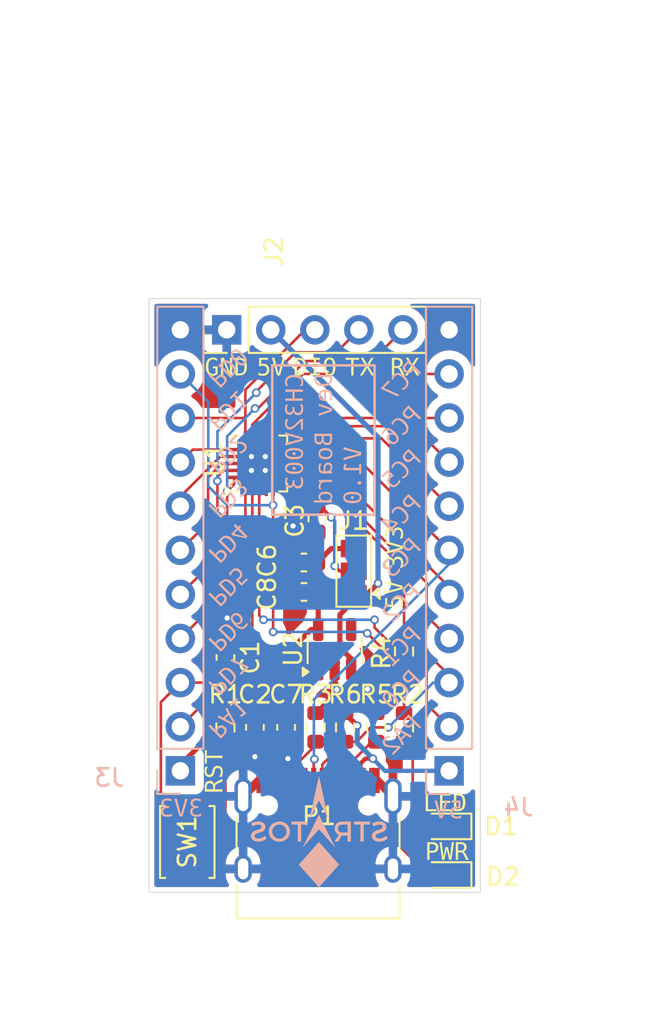
<source format=kicad_pcb>
(kicad_pcb (version 20240108) (generator "pcbnew") (generator_version "8.0")
  (layers (0 "F.Cu" signal) (31 "B.Cu" signal) (34 "B.Paste" user) (35 "F.Paste" user) (36 "B.SilkS" user "B.Silkscreen") (37 "F.SilkS" user "F.Silkscreen") (38 "B.Mask" user) (39 "F.Mask" user) (44 "Edge.Cuts" user))
  (net 0 "")
  (net 1 "/NRST")
  (net 2 "GND")
  (net 3 "+5V")
  (net 4 "+3.3V")
  (net 5 "Net-(D1-A)")
  (net 6 "Net-(D2-A)")
  (net 7 "VCC")
  (net 8 "/PD1")
  (net 9 "/PD5")
  (net 10 "/PD6")
  (net 11 "/DPU")
  (net 12 "/PD3")
  (net 13 "/PD2")
  (net 14 "/PA1")
  (net 15 "/PD4")
  (net 16 "/PC4")
  (net 17 "/PA2")
  (net 18 "/MOSI")
  (net 19 "/PC5")
  (net 20 "/MISO")
  (net 21 "/D+")
  (net 22 "/D-")
  (net 23 "/PC2")
  (net 24 "/PC1")
  (net 25 "Net-(P1-VCONN)")
  (net 26 "Net-(P1-CC)")
  (footprint "LED_SMD:LED_0603_1608Metric" (layer "F.Cu") (at 139.2 111.7 180)
    (property "Reference" "D2" (at -3.3 -0.1 180) (layer "F.SilkS"))
    (property "Value" "LED")
    (pad "1" smd roundrect (at -0.7875 0 180) (size 0.875 0.95) (layers "F.Cu" "F.Paste" "F.Mask") (net 2 "GND"))
    (pad "2" smd roundrect (at 0.7875 0 180) (size 0.875 0.95) (layers "F.Cu" "F.Paste" "F.Mask") (net 6 "Net-(D2-A)"))
  )
  (footprint "Jumper:SolderJumper-3_P1.3mm_Open_Pad1.0x1.5mm" (layer "F.Cu") (at 133.9 94.2 90)
    (property "Reference" "J1" (at 2.9 0 0) (layer "F.SilkS"))
    (property "Value" "PWR")
    (pad "1" smd rect (at -1.3 0 90) (size 1 1.5) (layers "F.Cu" "F.Mask") (net 3 "+5V"))
    (pad "2" smd rect (at 0 0 90) (size 1 1.5) (layers "F.Cu" "F.Mask") (net 7 "VCC"))
    (pad "3" smd rect (at 1.3 0 90) (size 1 1.5) (layers "F.Cu" "F.Mask") (net 4 "+3.3V"))
  )
  (footprint "Resistor_SMD:R_0603_1608Metric" (layer "F.Cu") (at 131.7 103.2 -90)
    (property "Reference" "R3" (at -1.9 0 180) (layer "F.SilkS"))
    (property "Value" "5.1k")
    (pad "1" smd roundrect (at -0.825 0 270) (size 0.8 0.95) (layers "F.Cu" "F.Paste" "F.Mask") (net 2 "GND"))
    (pad "2" smd roundrect (at 0.825 0 270) (size 0.8 0.95) (layers "F.Cu" "F.Paste" "F.Mask") (net 26 "Net-(P1-CC)"))
  )
  (footprint "LED_SMD:LED_0603_1608Metric" (layer "F.Cu") (at 139.2 108.9 180)
    (property "Reference" "D1" (at -3.2 0 180) (layer "F.SilkS"))
    (property "Value" "LED")
    (pad "1" smd roundrect (at -0.7875 0 180) (size 0.875 0.95) (layers "F.Cu" "F.Paste" "F.Mask") (net 2 "GND"))
    (pad "2" smd roundrect (at 0.7875 0 180) (size 0.875 0.95) (layers "F.Cu" "F.Paste" "F.Mask") (net 5 "Net-(D1-A)"))
  )
  (footprint "Capacitor_SMD:C_0603_1608Metric" (layer "F.Cu") (at 131.025 95.4 180)
    (property "Reference" "C8" (at 2.125 -0.1 -90) (layer "F.SilkS"))
    (property "Value" "10uf")
    (pad "1" smd roundrect (at -0.775 0 180) (size 0.9 0.95) (layers "F.Cu" "F.Paste" "F.Mask") (net 4 "+3.3V"))
    (pad "2" smd roundrect (at 0.775 0 180) (size 0.9 0.95) (layers "F.Cu" "F.Paste" "F.Mask") (net 2 "GND"))
  )
  (footprint "Capacitor_SMD:C_0603_1608Metric" (layer "F.Cu") (at 131.025 93.7 180)
    (property "Reference" "C6" (at 2.125 0.1 -90) (layer "F.SilkS"))
    (property "Value" "1uf")
    (pad "1" smd roundrect (at -0.775 0 180) (size 0.9 0.95) (layers "F.Cu" "F.Paste" "F.Mask") (net 4 "+3.3V"))
    (pad "2" smd roundrect (at 0.775 0 180) (size 0.9 0.95) (layers "F.Cu" "F.Paste" "F.Mask") (net 2 "GND"))
  )
  (footprint "Package_TO_SOT_SMD:SOT-23-5" (layer "F.Cu") (at 132.8 98.7 90)
    (property "Reference" "U2" (at 0 -2.4 -90) (layer "F.SilkS"))
    (property "Value" "ME6211C33M5")
    (pad "1" smd roundrect (at -1.1375 -0.95 90) (size 1.325 0.6) (layers "F.Cu" "F.Paste" "F.Mask") (net 3 "+5V"))
    (pad "2" smd roundrect (at -1.1375 0 90) (size 1.325 0.6) (layers "F.Cu" "F.Paste" "F.Mask") (net 2 "GND"))
    (pad "3" smd roundrect (at -1.1375 0.95 90) (size 1.325 0.6) (layers "F.Cu" "F.Paste" "F.Mask") (net 3 "+5V"))
    (pad "4" smd roundrect (at 1.1375 0.95 90) (size 1.325 0.6) (layers "F.Cu" "F.Paste" "F.Mask"))
    (pad "5" smd roundrect (at 1.1375 -0.95 90) (size 1.325 0.6) (layers "F.Cu" "F.Paste" "F.Mask") (net 4 "+3.3V"))
  )
  (footprint "Capacitor_SMD:C_0603_1608Metric" (layer "F.Cu") (at 128.2 103.2 -90)
    (property "Reference" "C2" (at -1.9 0 0) (layer "F.SilkS"))
    (property "Value" "1uf")
    (pad "1" smd roundrect (at -0.775 0 270) (size 0.9 0.95) (layers "F.Cu" "F.Paste" "F.Mask") (net 3 "+5V"))
    (pad "2" smd roundrect (at 0.775 0 270) (size 0.9 0.95) (layers "F.Cu" "F.Paste" "F.Mask") (net 2 "GND"))
  )
  (footprint "Resistor_SMD:R_0603_1608Metric" (layer "F.Cu") (at 126.5 103.2 90)
    (property "Reference" "R1" (at 1.9 0 180) (layer "F.SilkS"))
    (property "Value" "5k")
    (pad "1" smd roundrect (at -0.825 0 90) (size 0.8 0.95) (layers "F.Cu" "F.Paste" "F.Mask") (net 6 "Net-(D2-A)"))
    (pad "2" smd roundrect (at 0.825 0 90) (size 0.8 0.95) (layers "F.Cu" "F.Paste" "F.Mask") (net 4 "+3.3V"))
  )
  (footprint "Resistor_SMD:R_0603_1608Metric" (layer "F.Cu") (at 135.2 103.2 -90)
    (property "Reference" "R2" (at -1.9 -1.8 180) (layer "F.SilkS"))
    (property "Value" "5.1k")
    (pad "1" smd roundrect (at -0.825 0 270) (size 0.8 0.95) (layers "F.Cu" "F.Paste" "F.Mask") (net 2 "GND"))
    (pad "2" smd roundrect (at 0.825 0 270) (size 0.8 0.95) (layers "F.Cu" "F.Paste" "F.Mask") (net 25 "Net-(P1-VCONN)"))
  )
  (footprint "Capacitor_SMD:C_0603_1608Metric" (layer "F.Cu") (at 130 103.2 -90)
    (property "Reference" "C7" (at -1.9 0 180) (layer "F.SilkS"))
    (property "Value" "1uf")
    (pad "1" smd roundrect (at -0.775 0 270) (size 0.9 0.95) (layers "F.Cu" "F.Paste" "F.Mask") (net 3 "+5V"))
    (pad "2" smd roundrect (at 0.775 0 270) (size 0.9 0.95) (layers "F.Cu" "F.Paste" "F.Mask") (net 2 "GND"))
  )
  (footprint "Connector_PinHeader_2.54mm:PinHeader_1x05_P2.54mm_Vertical" (layer "F.Cu") (at 126.575 80.3 90)
    (property "Reference" "J2" (at 4.5 2.725 -90) (layer "F.SilkS"))
    (property "Value" "prog")
    (pad "1" thru_hole rect (at 0 0 90) (size 1.7 1.7) (drill 1) (layers "*.Cu" "*.Mask") (net 2 "GND"))
    (pad "2" thru_hole oval (at 0 2.54 90) (size 1.7 1.7) (drill 1) (layers "*.Cu" "*.Mask") (net 3 "+5V"))
    (pad "3" thru_hole oval (at 0 5.08 90) (size 1.7 1.7) (drill 1) (layers "*.Cu" "*.Mask") (net 8 "/PD1"))
    (pad "4" thru_hole oval (at 0 7.62 90) (size 1.7 1.7) (drill 1) (layers "*.Cu" "*.Mask") (net 9 "/PD5"))
    (pad "5" thru_hole oval (at 0 10.16 90) (size 1.7 1.7) (drill 1) (layers "*.Cu" "*.Mask") (net 10 "/PD6"))
  )
  (footprint "Package_DFN_QFN:QFN-20-1EP_3x3mm_P0.4mm_EP1.65x1.65mm" (layer "F.Cu") (at 128.45 88 90)
    (property "Reference" "U1" (at 0.2 -2.65 -90) (layer "F.SilkS"))
    (property "Value" "CH32V003FxUx")
    (pad "1" smd roundrect (at -1.45 -0.8 90) (size 0.85 0.2) (layers "F.Cu" "F.Paste" "F.Mask") (net 1 "/NRST"))
    (pad "2" smd roundrect (at -1.45 -0.4 90) (size 0.85 0.2) (layers "F.Cu" "F.Paste" "F.Mask") (net 14 "/PA1"))
    (pad "3" smd roundrect (at -1.45 0 90) (size 0.85 0.2) (layers "F.Cu" "F.Paste" "F.Mask") (net 17 "/PA2"))
    (pad "4" smd roundrect (at -1.45 0.4 90) (size 0.85 0.2) (layers "F.Cu" "F.Paste" "F.Mask") (net 2 "GND"))
    (pad "5" smd roundrect (at -1.45 0.8 90) (size 0.85 0.2) (layers "F.Cu" "F.Paste" "F.Mask") (net 11 "/DPU"))
    (pad "6" smd roundrect (at -0.8 1.45 90) (size 0.2 0.85) (layers "F.Cu" "F.Paste" "F.Mask") (net 7 "VCC"))
    (pad "7" smd roundrect (at -0.4 1.45 90) (size 0.2 0.85) (layers "F.Cu" "F.Paste" "F.Mask") (net 22 "/D-"))
    (pad "8" smd roundrect (at 0 1.45 90) (size 0.2 0.85) (layers "F.Cu" "F.Paste" "F.Mask") (net 24 "/PC1"))
    (pad "9" smd roundrect (at 0.4 1.45 90) (size 0.2 0.85) (layers "F.Cu" "F.Paste" "F.Mask") (net 23 "/PC2"))
    (pad "10" smd roundrect (at 0.8 1.45 90) (size 0.2 0.85) (layers "F.Cu" "F.Paste" "F.Mask") (net 21 "/D+"))
    (pad "11" smd roundrect (at 1.45 0.8 90) (size 0.85 0.2) (layers "F.Cu" "F.Paste" "F.Mask") (net 16 "/PC4"))
    (pad "12" smd roundrect (at 1.45 0.4 90) (size 0.85 0.2) (layers "F.Cu" "F.Paste" "F.Mask") (net 19 "/PC5"))
    (pad "13" smd roundrect (at 1.45 0 90) (size 0.85 0.2) (layers "F.Cu" "F.Paste" "F.Mask") (net 18 "/MOSI"))
    (pad "14" smd roundrect (at 1.45 -0.4 90) (size 0.85 0.2) (layers "F.Cu" "F.Paste" "F.Mask") (net 20 "/MISO"))
    (pad "15" smd roundrect (at 1.45 -0.8 90) (size 0.85 0.2) (layers "F.Cu" "F.Paste" "F.Mask") (net 8 "/PD1"))
    (pad "16" smd roundrect (at 0.8 -1.45 90) (size 0.2 0.85) (layers "F.Cu" "F.Paste" "F.Mask") (net 13 "/PD2"))
    (pad "17" smd roundrect (at 0.4 -1.45 90) (size 0.2 0.85) (layers "F.Cu" "F.Paste" "F.Mask") (net 12 "/PD3"))
    (pad "18" smd roundrect (at 0 -1.45 90) (size 0.2 0.85) (layers "F.Cu" "F.Paste" "F.Mask") (net 15 "/PD4"))
    (pad "19" smd roundrect (at -0.4 -1.45 90) (size 0.2 0.85) (layers "F.Cu" "F.Paste" "F.Mask") (net 9 "/PD5"))
    (pad "20" smd roundrect (at -0.8 -1.45 90) (size 0.2 0.85) (layers "F.Cu" "F.Paste" "F.Mask") (net 10 "/PD6"))
    (pad "21" smd rect (at 0 0 90) (size 1.65 1.65) (property pad_prop_heatsink) (layers "F.Cu" "F.Mask") (net 2 "GND"))
  )
  (footprint "Resistor_SMD:R_0603_1608Metric" (layer "F.Cu") (at 133.4 103.2 90)
    (property "Reference" "R6" (at 1.9 0 0) (layer "F.SilkS"))
    (property "Value" "1.5k")
    (pad "1" smd roundrect (at -0.825 0 90) (size 0.8 0.95) (layers "F.Cu" "F.Paste" "F.Mask") (net 22 "/D-"))
    (pad "2" smd roundrect (at 0.825 0 90) (size 0.8 0.95) (layers "F.Cu" "F.Paste" "F.Mask") (net 3 "+5V"))
  )
  (footprint "Connector_USB:USB_C_Receptacle_HRO_TYPE-C-31-M-12" (layer "F.Cu") (at 131.840476 110.3)
    (property "Reference" "P1" (at 0.059524 -2 0) (layer "F.SilkS"))
    (property "Value" "USB_C_Plug_USB2.0")
    (pad "" np_thru_hole circle (at -2.89 -2.6) (size 0.65 0.65) (drill 0.65) (layers "*.Cu" "*.Mask"))
    (pad "" np_thru_hole circle (at 2.89 -2.6) (size 0.65 0.65) (drill 0.65) (layers "*.Cu" "*.Mask"))
    (pad "A1" smd rect (at -3.25 -4.045) (size 0.6 1.45) (layers "F.Cu" "F.Paste" "F.Mask") (net 2 "GND"))
    (pad "A4" smd rect (at -2.45 -4.045) (size 0.6 1.45) (layers "F.Cu" "F.Paste" "F.Mask") (net 3 "+5V"))
    (pad "A5" smd rect (at -1.25 -4.045) (size 0.3 1.45) (layers "F.Cu" "F.Paste" "F.Mask") (net 26 "Net-(P1-CC)"))
    (pad "A6" smd rect (at -0.25 -4.045) (size 0.3 1.45) (layers "F.Cu" "F.Paste" "F.Mask") (net 21 "/D+"))
    (pad "A7" smd rect (at 0.25 -4.045) (size 0.3 1.45) (layers "F.Cu" "F.Paste" "F.Mask") (net 22 "/D-"))
    (pad "A8" smd rect (at 1.25 -4.045) (size 0.3 1.45) (layers "F.Cu" "F.Paste" "F.Mask"))
    (pad "A9" smd rect (at 2.45 -4.045) (size 0.6 1.45) (layers "F.Cu" "F.Paste" "F.Mask") (net 3 "+5V"))
    (pad "A12" smd rect (at 3.25 -4.045) (size 0.6 1.45) (layers "F.Cu" "F.Paste" "F.Mask") (net 2 "GND"))
    (pad "B1" smd rect (at 3.25 -4.045) (size 0.6 1.45) (layers "F.Cu" "F.Paste" "F.Mask") (net 2 "GND"))
    (pad "B4" smd rect (at 2.45 -4.045) (size 0.6 1.45) (layers "F.Cu" "F.Paste" "F.Mask") (net 3 "+5V"))
    (pad "B5" smd rect (at 1.75 -4.045) (size 0.3 1.45) (layers "F.Cu" "F.Paste" "F.Mask") (net 25 "Net-(P1-VCONN)"))
    (pad "B6" smd rect (at 0.75 -4.045) (size 0.3 1.45) (layers "F.Cu" "F.Paste" "F.Mask"))
    (pad "B7" smd rect (at -0.75 -4.045) (size 0.3 1.45) (layers "F.Cu" "F.Paste" "F.Mask"))
    (pad "B8" smd rect (at -1.75 -4.045) (size 0.3 1.45) (layers "F.Cu" "F.Paste" "F.Mask"))
    (pad "B9" smd rect (at -2.45 -4.045) (size 0.6 1.45) (layers "F.Cu" "F.Paste" "F.Mask") (net 3 "+5V"))
    (pad "B12" smd rect (at -3.25 -4.045) (size 0.6 1.45) (layers "F.Cu" "F.Paste" "F.Mask") (net 2 "GND"))
    (pad "S1" thru_hole oval (at -4.32 -3.13) (size 1 2.1) (drill oval 0.6 1.7) (layers "*.Cu" "*.Mask") (net 2 "GND"))
    (pad "S1" thru_hole oval (at -4.32 1.05) (size 1 1.6) (drill oval 0.6 1.2) (layers "*.Cu" "*.Mask") (net 2 "GND"))
    (pad "S1" thru_hole oval (at 4.32 -3.13) (size 1 2.1) (drill oval 0.6 1.7) (layers "*.Cu" "*.Mask") (net 2 "GND"))
    (pad "S1" thru_hole oval (at 4.32 1.05) (size 1 1.6) (drill oval 0.6 1.2) (layers "*.Cu" "*.Mask") (net 2 "GND"))
  )
  (footprint "Capacitor_SMD:C_0603_1608Metric" (layer "F.Cu") (at 131.8 91.2 -90)
    (property "Reference" "C3" (at 0.1 1.3 90) (layer "F.SilkS"))
    (property "Value" "10uf")
    (pad "1" smd roundrect (at -0.775 0 270) (size 0.9 0.95) (layers "F.Cu" "F.Paste" "F.Mask") (net 7 "VCC"))
    (pad "2" smd roundrect (at 0.775 0 270) (size 0.9 0.95) (layers "F.Cu" "F.Paste" "F.Mask") (net 2 "GND"))
  )
  (footprint "Resistor_SMD:R_0603_1608Metric" (layer "F.Cu") (at 136.8 98.825 -90)
    (property "Reference" "R4" (at 0.075 1.3 90) (layer "F.SilkS"))
    (property "Value" "1.5k")
    (pad "1" smd roundrect (at -0.825 0 270) (size 0.8 0.95) (layers "F.Cu" "F.Paste" "F.Mask") (net 22 "/D-"))
    (pad "2" smd roundrect (at 0.825 0 270) (size 0.8 0.95) (layers "F.Cu" "F.Paste" "F.Mask") (net 11 "/DPU"))
  )
  (footprint "Button_Switch_SMD:SW_Push_SPST_NO_Alps_SKRK" (layer "F.Cu") (at 124.3 109.8 90)
    (property "Reference" "SW1" (at 0 0 -90) (layer "F.SilkS"))
    (property "Value" "RST")
    (pad "1" smd roundrect (at -2.1 0 90) (size 0.8 2) (layers "F.Cu" "F.Paste" "F.Mask") (net 2 "GND"))
    (pad "2" smd roundrect (at 2.1 0 90) (size 0.8 2) (layers "F.Cu" "F.Paste" "F.Mask") (net 1 "/NRST"))
  )
  (footprint "Capacitor_SMD:C_0603_1608Metric" (layer "F.Cu") (at 126.5 99.175 -90)
    (property "Reference" "C1" (at 0 -1.43 90) (layer "F.SilkS"))
    (property "Value" "0.1u")
    (pad "1" smd roundrect (at -0.775 0 270) (size 0.9 0.95) (layers "F.Cu" "F.Paste" "F.Mask") (net 2 "GND"))
    (pad "2" smd roundrect (at 0.775 0 270) (size 0.9 0.95) (layers "F.Cu" "F.Paste" "F.Mask") (net 1 "/NRST"))
  )
  (footprint "Resistor_SMD:R_0603_1608Metric" (layer "F.Cu") (at 136.8 103.2 90)
    (property "Reference" "R5" (at 1.9 -1.6 0) (layer "F.SilkS"))
    (property "Value" "5k")
    (pad "1" smd roundrect (at -0.825 0 90) (size 0.8 0.95) (layers "F.Cu" "F.Paste" "F.Mask") (net 5 "Net-(D1-A)"))
    (pad "2" smd roundrect (at 0.825 0 90) (size 0.8 0.95) (layers "F.Cu" "F.Paste" "F.Mask") (net 11 "/DPU"))
  )
  (footprint "Connector_PinHeader_2.54mm:PinHeader_1x11_P2.54mm_Vertical" (layer "B.Cu") (at 139.4 105.7)
    (property "Reference" "J4" (at 4 2.1 0) (layer "B.SilkS") (effects (justify mirror)))
    (property "Value" "pins_2")
    (pad "1" thru_hole rect (at 0 0) (size 1.7 1.7) (drill 1) (layers "*.Cu" "*.Mask") (net 3 "+5V"))
    (pad "2" thru_hole oval (at 0 -2.54) (size 1.7 1.7) (drill 1) (layers "*.Cu" "*.Mask") (net 17 "/PA2"))
    (pad "3" thru_hole oval (at 0 -5.08) (size 1.7 1.7) (drill 1) (layers "*.Cu" "*.Mask") (net 22 "/D-"))
    (pad "4" thru_hole oval (at 0 -7.62) (size 1.7 1.7) (drill 1) (layers "*.Cu" "*.Mask") (net 24 "/PC1"))
    (pad "5" thru_hole oval (at 0 -10.16) (size 1.7 1.7) (drill 1) (layers "*.Cu" "*.Mask") (net 23 "/PC2"))
    (pad "6" thru_hole oval (at 0 -12.7) (size 1.7 1.7) (drill 1) (layers "*.Cu" "*.Mask") (net 21 "/D+"))
    (pad "7" thru_hole oval (at 0 -15.24) (size 1.7 1.7) (drill 1) (layers "*.Cu" "*.Mask") (net 16 "/PC4"))
    (pad "8" thru_hole oval (at 0 -17.78) (size 1.7 1.7) (drill 1) (layers "*.Cu" "*.Mask") (net 19 "/PC5"))
    (pad "9" thru_hole oval (at 0 -20.32) (size 1.7 1.7) (drill 1) (layers "*.Cu" "*.Mask") (net 18 "/MOSI"))
    (pad "10" thru_hole oval (at 0 -22.86) (size 1.7 1.7) (drill 1) (layers "*.Cu" "*.Mask") (net 20 "/MISO"))
    (pad "11" thru_hole oval (at 0 -25.4) (size 1.7 1.7) (drill 1) (layers "*.Cu" "*.Mask") (net 2 "GND"))
  )
  (footprint "Connector_PinHeader_2.54mm:PinHeader_1x11_P2.54mm_Vertical" (layer "B.Cu") (at 123.9 105.7)
    (property "Reference" "J3" (at -4.1 0.4 0) (layer "B.SilkS") (effects (justify mirror)))
    (property "Value" "pins1")
    (pad "1" thru_hole rect (at 0 0) (size 1.7 1.7) (drill 1) (layers "*.Cu" "*.Mask") (net 4 "+3.3V"))
    (pad "2" thru_hole oval (at 0 -2.54) (size 1.7 1.7) (drill 1) (layers "*.Cu" "*.Mask") (net 14 "/PA1"))
    (pad "3" thru_hole oval (at 0 -5.08) (size 1.7 1.7) (drill 1) (layers "*.Cu" "*.Mask") (net 1 "/NRST"))
    (pad "4" thru_hole oval (at 0 -7.62) (size 1.7 1.7) (drill 1) (layers "*.Cu" "*.Mask") (net 10 "/PD6"))
    (pad "5" thru_hole oval (at 0 -10.16) (size 1.7 1.7) (drill 1) (layers "*.Cu" "*.Mask") (net 9 "/PD5"))
    (pad "6" thru_hole oval (at 0 -12.7) (size 1.7 1.7) (drill 1) (layers "*.Cu" "*.Mask") (net 15 "/PD4"))
    (pad "7" thru_hole oval (at 0 -15.24) (size 1.7 1.7) (drill 1) (layers "*.Cu" "*.Mask") (net 12 "/PD3"))
    (pad "8" thru_hole oval (at 0 -17.78) (size 1.7 1.7) (drill 1) (layers "*.Cu" "*.Mask") (net 13 "/PD2"))
    (pad "9" thru_hole oval (at 0 -20.32) (size 1.7 1.7) (drill 1) (layers "*.Cu" "*.Mask") (net 8 "/PD1"))
    (pad "10" thru_hole oval (at 0 -22.86) (size 1.7 1.7) (drill 1) (layers "*.Cu" "*.Mask") (net 11 "/DPU"))
    (pad "11" thru_hole oval (at 0 -25.4) (size 1.7 1.7) (drill 1) (layers "*.Cu" "*.Mask") (net 2 "GND"))
  )
  (footprint "LOGO" (layer "B.Cu") (at 131.9 109.2 180)
    (property "Reference" "G***" (hide yes))
    (property "Value" "LOGO" (hide yes))
  )
  (gr_rect (start 129.2 82.35) (end 135.1 90.95) (stroke (width 0.15)) (fill none) (layer "B.SilkS"))
  (gr_rect (start 122.1 78.5) (end 141.2 112.7) (stroke (width 0.05)) (fill none) (layer "Edge.Cuts"))
  (gr_text "PD2" (at 125.3 87.9 225) (layer "B.SilkS") (effects (font (size 1 1)) (justify left bottom mirror)))
  (gr_text "3V3" (at 125.2 108.5 0) (layer "B.SilkS") (effects (font (size 1 1)) (justify left bottom mirror)))
  (gr_text "PC0" (at 138 100.6 45) (layer "B.SilkS") (effects (font (size 1 1)) (justify left bottom mirror)))
  (gr_text "PD4" (at 125.3 93 225) (layer "B.SilkS") (effects (font (size 1 1)) (justify left bottom mirror)))
  (gr_text "PC3" (at 138 93 45) (layer "B.SilkS") (effects (font (size 1 1)) (justify left bottom mirror)))
  (gr_text "PD5" (at 125.3 95.5 225) (layer "B.SilkS") (effects (font (size 1 1)) (justify left bottom mirror)))
  (gr_text "PD6" (at 125.3 98.1 225) (layer "B.SilkS") (effects (font (size 1 1)) (justify left bottom mirror)))
  (gr_text "PA2" (at 138 103.2 45) (layer "B.SilkS") (effects (font (size 1 1)) (justify left bottom mirror)))
  (gr_text "PC7" (at 138 82.8 45) (layer "B.SilkS") (effects (font (size 1 1)) (justify left bottom mirror)))
  (gr_text "PD1" (at 125.3 85.4 225) (layer "B.SilkS") (effects (font (size 1 1)) (justify left bottom mirror)))
  (gr_text "5V" (at 140.2 108.6 0) (layer "B.SilkS") (effects (font (size 1 1)) (justify left bottom mirror)))
  (gr_text "PC2" (at 138 95.6 45) (layer "B.SilkS") (effects (font (size 1 1)) (justify left bottom mirror)))
  (gr_text "PD0" (at 125.3 82.9 225) (layer "B.SilkS") (effects (font (size 1 1)) (justify left bottom mirror)))
  (gr_text "CH32V003\nDev Board\n     V1.0" (at 134.5 82.8 90) (layer "B.SilkS") (effects (font (size 1 1)) (justify left bottom mirror)))
  (gr_text "PD7" (at 125.3 100.6 225) (layer "B.SilkS") (effects (font (size 1 1)) (justify left bottom mirror)))
  (gr_text "PA1" (at 125.3 103.1 225) (layer "B.SilkS") (effects (font (size 1 1)) (justify left bottom mirror)))
  (gr_text "PC1" (at 138 98.1 45) (layer "B.SilkS") (effects (font (size 1 1)) (justify left bottom mirror)))
  (gr_text "PC4" (at 138 90.5 45) (layer "B.SilkS") (effects (font (size 1 1)) (justify left bottom mirror)))
  (gr_text "PC6" (at 138 85.4 45) (layer "B.SilkS") (effects (font (size 1 1)) (justify left bottom mirror)))
  (gr_text "PC5" (at 138 87.9 45) (layer "B.SilkS") (effects (font (size 1 1)) (justify left bottom mirror)))
  (gr_text "PD3" (at 125.3 90.4 225) (layer "B.SilkS") (effects (font (size 1 1)) (justify left bottom mirror)))
  (gr_text "PWR" (at 138 111 0) (layer "F.SilkS") (effects (font (size 1 1)) (justify left bottom)))
  (gr_text "GND" (at 125.3 83.1 0) (layer "F.SilkS") (effects (font (size 1 1)) (justify left bottom)))
  (gr_text "DIO" (at 130.4 83.1 0) (layer "F.SilkS") (effects (font (size 1 1)) (justify left bottom)))
  (gr_text "5V" (at 128.3 83.1 0) (layer "F.SilkS") (effects (font (size 1 1)) (justify left bottom)))
  (gr_text "TX" (at 133.4 83.1 0) (layer "F.SilkS") (effects (font (size 1 1)) (justify left bottom)))
  (gr_text "5V" (at 136.9 96.4 90) (layer "F.SilkS") (effects (font (size 1 1)) (justify left bottom)))
  (gr_text "LED" (at 137.9 108.2 0) (layer "F.SilkS") (effects (font (size 1 1)) (justify left bottom)))
  (gr_text "RX" (at 136 83.1 0) (layer "F.SilkS") (effects (font (size 1 1)) (justify left bottom)))
  (gr_text "3V3" (at 136.9 94.1 90) (layer "F.SilkS") (effects (font (size 1 1)) (justify left bottom)))
  (gr_text "RST" (at 126.5 107 90) (layer "F.SilkS") (effects (font (size 1 1)) (justify left bottom)))
  (segment (start 125.83 100.62) (end 126.5 99.95) (width 0.15) (layer "F.Cu") (net 1))
  (segment (start 126.5 99.95) (end 127.65 98.8) (width 0.15) (layer "F.Cu") (net 1))
  (segment (start 123.9 100.62) (end 125.83 100.62) (width 0.15) (layer "F.Cu") (net 1))
  (segment (start 122.775 101.745) (end 123.9 100.62) (width 0.15) (layer "F.Cu") (net 1))
  (segment (start 127.65 98.8) (end 127.65 89.45) (width 0.15) (layer "F.Cu") (net 1))
  (segment (start 122.775 107.175) (end 122.775 101.745) (width 0.15) (layer "F.Cu") (net 1))
  (segment (start 123.3 107.7) (end 122.775 107.175) (width 0.15) (layer "F.Cu") (net 1))
  (segment (start 124.3 107.7) (end 123.3 107.7) (width 0.15) (layer "F.Cu") (net 1))
  (segment (start 130.1 104.075) (end 130 103.975) (width 0.25) (layer "F.Cu") (net 2))
  (segment (start 132.921232 101.021232) (end 132.921232 101.153768) (width 0.25) (layer "F.Cu") (net 2))
  (segment (start 128.435476 106.255) (end 127.520476 107.17) (width 0.5) (layer "F.Cu") (net 2))
  (segment (start 132.921232 101.153768) (end 131.7 102.375) (width 0.25) (layer "F.Cu") (net 2))
  (segment (start 135.090476 106.255) (end 135.245476 106.255) (width 0.5) (layer "F.Cu") (net 2))
  (segment (start 128.2 104.888052) (end 128.6 105.288052) (width 0.5) (layer "F.Cu") (net 2))
  (segment (start 128.6 106.245476) (end 128.590476 106.255) (width 0.5) (layer "F.Cu") (net 2))
  (segment (start 130.1 105) (end 130.1 104.075) (width 0.25) (layer "F.Cu") (net 2))
  (segment (start 128.590476 106.255) (end 128.435476 106.255) (width 0.5) (layer "F.Cu") (net 2))
  (segment (start 132.8 101.275) (end 132.8 101.275) (width 0.25) (layer "F.Cu") (net 2))
  (segment (start 128.85 89.45) (end 128.85 88.4) (width 0.2) (layer "F.Cu") (net 2))
  (segment (start 128.2 104.888052) (end 128.2 103.975) (width 0.5) (layer "F.Cu") (net 2))
  (segment (start 128.6 105.288052) (end 128.6 106.245476) (width 0.5) (layer "F.Cu") (net 2))
  (segment (start 132.8 100.9) (end 132.8 99.8375) (width 0.25) (layer "F.Cu") (net 2))
  (segment (start 135.245476 106.255) (end 136.160476 107.17) (width 0.5) (layer "F.Cu") (net 2))
  (segment (start 128.85 88.4) (end 128.45 88) (width 0.2) (layer "F.Cu") (net 2))
  (segment (start 132.921232 101.021232) (end 132.8 100.9) (width 0.25) (layer "F.Cu") (net 2))
  (via (at 130.1 105) (size 0.5) (drill 0.3) (layers "F.Cu" "B.Cu") (net 2))
  (via (at 128.2 104.888052) (size 0.5) (drill 0.3) (layers "F.Cu" "B.Cu") (net 2))
  (via (at 134.7 101) (size 0.5) (drill 0.3) (layers "F.Cu" "B.Cu") (net 2))
  (via (at 128.8 88.4) (size 0.5) (drill 0.3) (layers "F.Cu" "B.Cu") (net 2))
  (via (at 126.6 96.9) (size 0.5) (drill 0.3) (layers "F.Cu" "B.Cu") (net 2))
  (via (at 128 88.4) (size 0.5) (drill 0.3) (layers "F.Cu" "B.Cu") (net 2))
  (via (at 130.4 91.6) (size 0.5) (drill 0.3) (layers "F.Cu" "B.Cu") (net 2))
  (via (at 128 87.6) (size 0.5) (drill 0.3) (layers "F.Cu" "B.Cu") (net 2))
  (via (at 132.921232 101.021232) (size 0.5) (drill 0.3) (layers "F.Cu" "B.Cu") (net 2))
  (via (at 128.8 87.6) (size 0.5) (drill 0.3) (layers "F.Cu" "B.Cu") (net 2))
  (segment (start 132.9 98.7) (end 133.2 98.7) (width 0.3) (layer "F.Cu") (net 3))
  (segment (start 133.9 95.9) (end 133.1 96.7) (width 0.3) (layer "F.Cu") (net 3))
  (segment (start 133.9 95.5) (end 134.7 95.5) (width 0.3) (layer "F.Cu") (net 3))
  (segment (start 134.570476 105) (end 135 105) (width 0.25) (layer "F.Cu") (net 3))
  (segment (start 134.290476 105.28) (end 134.570476 105) (width 0.25) (layer "F.Cu") (net 3))
  (segment (start 131.85 100.25) (end 131.85 99.8375) (width 0.3) (layer "F.Cu") (net 3))
  (segment (start 133.4 102.4) (end 133.4 102.375) (width 0.3) (layer "F.Cu") (net 3))
  (segment (start 132.9 98.7) (end 133.1 98.5) (width 0.3) (layer "F.Cu") (net 3))
  (segment (start 129.1 103.325) (end 130 102.425) (width 0.3) (layer "F.Cu") (net 3))
  (segment (start 132.325001 98.7) (end 132.9 98.7) (width 0.3) (layer "F.Cu") (net 3))
  (segment (start 130 102.1) (end 131.85 100.25) (width 0.3) (layer "F.Cu") (net 3))
  (segment (start 129.390476 106.255) (end 129.390476 104.890476) (width 0.3) (layer "F.Cu") (net 3))
  (segment (start 134.290476 106.255) (end 134.290476 105.28) (width 0.25) (layer "F.Cu") (net 3))
  (segment (start 133.2 98.7) (end 133.75 99.25) (width 0.3) (layer "F.Cu") (net 3))
  (segment (start 133.1 96.7) (end 133.1 98.4) (width 0.3) (layer "F.Cu") (net 3))
  (segment (start 128.2 102.425) (end 129.1 103.325) (width 0.3) (layer "F.Cu") (net 3))
  (segment (start 133.4 102.375) (end 133.75 102.025) (width 0.3) (layer "F.Cu") (net 3))
  (segment (start 133.1 98.4) (end 133.1 98.6) (width 0.3) (layer "F.Cu") (net 3))
  (segment (start 133.1 98.5) (end 133.1 98.4) (width 0.3) (layer "F.Cu") (net 3))
  (segment (start 133.75 99.25) (end 133.75 99.8375) (width 0.3) (layer "F.Cu") (net 3))
  (segment (start 134.7 95.5) (end 135.3 94.9) (width 0.3) (layer "F.Cu") (net 3))
  (segment (start 133.1 98.6) (end 133.2 98.7) (width 0.3) (layer "F.Cu") (net 3))
  (segment (start 129.1 104.6) (end 129.1 103.325) (width 0.3) (layer "F.Cu") (net 3))
  (segment (start 131.85 99.175001) (end 132.325001 98.7) (width 0.3) (layer "F.Cu") (net 3))
  (segment (start 130 102.425) (end 130 102.1) (width 0.3) (layer "F.Cu") (net 3))
  (segment (start 133.9 95.5) (end 133.9 95.9) (width 0.3) (layer "F.Cu") (net 3))
  (segment (start 129.390476 104.890476) (end 129.1 104.6) (width 0.3) (layer "F.Cu") (net 3))
  (segment (start 134.1 103.1) (end 133.4 102.4) (width 0.3) (layer "F.Cu") (net 3))
  (segment (start 131.85 99.8375) (end 131.85 99.175001) (width 0.3) (layer "F.Cu") (net 3))
  (segment (start 133.75 102.025) (end 133.75 99.8375) (width 0.3) (layer "F.Cu") (net 3))
  (via (at 135 105) (size 0.5) (drill 0.3) (layers "F.Cu" "B.Cu") (net 3))
  (via (at 135.3 94.9) (size 0.5) (drill 0.3) (layers "F.Cu" "B.Cu") (net 3))
  (via (at 134.1 103.1) (size 0.5) (drill 0.3) (layers "F.Cu" "B.Cu") (net 3))
  (segment (start 135.3 86.485) (end 129.115 80.3) (width 0.3) (layer "B.Cu") (net 3))
  (segment (start 135 105) (end 135.7 105.7) (width 0.25) (layer "B.Cu") (net 3))
  (segment (start 135.7 105.7) (end 139.4 105.7) (width 0.25) (layer "B.Cu") (net 3))
  (segment (start 135.3 94.9) (end 135.3 86.485) (width 0.3) (layer "B.Cu") (net 3))
  (segment (start 134.1 103.1) (end 134.1 104.1) (width 0.3) (layer "B.Cu") (net 3))
  (segment (start 134.1 104.1) (end 135 105) (width 0.3) (layer "B.Cu") (net 3))
  (segment (start 126.5 102.375) (end 126.625 102.375) (width 0.3) (layer "F.Cu") (net 4))
  (segment (start 123.9 105.366642) (end 126.5 102.766642) (width 0.3) (layer "F.Cu") (net 4))
  (segment (start 126.625 102.375) (end 131.4375 97.5625) (width 0.3) (layer "F.Cu") (net 4))
  (segment (start 123.9 105.7) (end 123.9 105.366642) (width 0.3) (layer "F.Cu") (net 4))
  (segment (start 126.5 102.766642) (end 126.5 102.375) (width 0.3) (layer "F.Cu") (net 4))
  (segment (start 131.85 95.45) (end 131.8 95.4) (width 0.3) (layer "F.Cu") (net 4))
  (segment (start 132.6 92.9) (end 133.9 92.9) (width 0.3) (layer "F.Cu") (net 4))
  (segment (start 131.85 97.5625) (end 131.85 95.45) (width 0.3) (layer "F.Cu") (net 4))
  (segment (start 131.4375 97.5625) (end 131.85 97.5625) (width 0.3) (layer "F.Cu") (net 4))
  (segment (start 131.8 93.7) (end 131.8 95.4) (width 0.3) (layer "F.Cu") (net 4))
  (segment (start 131.8 93.7) (end 132.6 92.9) (width 0.3) (layer "F.Cu") (net 4))
  (segment (start 136.8 104.025) (end 137.3 104.525) (width 0.15) (layer "F.Cu") (net 5))
  (segment (start 137.3 107.7875) (end 138.4125 108.9) (width 0.15) (layer "F.Cu") (net 5))
  (segment (start 137.3 104.525) (end 137.3 107.7875) (width 0.15) (layer "F.Cu") (net 5))
  (segment (start 126.5 108.3) (end 128.1 109.9) (width 0.15) (layer "F.Cu") (net 6))
  (segment (start 136.4 109.9) (end 138.15625 111.65625) (width 0.15) (layer "F.Cu") (net 6))
  (segment (start 138.15625 111.65625) (end 138.4125 111.4) (width 0.15) (layer "F.Cu") (net 6))
  (segment (start 126.5 104.025) (end 126.5 108.3) (width 0.15) (layer "F.Cu") (net 6))
  (segment (start 128.1 109.9) (end 136.4 109.9) (width 0.15) (layer "F.Cu") (net 6))
  (segment (start 132.8 93.9) (end 133.1 94.2) (width 0.2) (layer "F.Cu") (net 7))
  (segment (start 132.6 91.1) (end 130.3 88.8) (width 0.2) (layer "F.Cu") (net 7))
  (segment (start 133.1 94.2) (end 133.9 94.2) (width 0.2) (layer "F.Cu") (net 7))
  (segment (start 130.3 88.8) (end 129.9 88.8) (width 0.2) (layer "F.Cu") (net 7))
  (via (at 132.8 93.9) (size 0.5) (drill 0.3) (layers "F.Cu" "B.Cu") (net 7))
  (via (at 132.6 91.1) (size 0.5) (drill 0.3) (layers "F.Cu" "B.Cu") (net 7))
  (segment (start 132.6 91.1) (end 132.8 91.3) (width 0.2) (layer "B.Cu") (net 7))
  (segment (start 132.8 91.3) (end 132.8 93.9) (width 0.2) (layer "B.Cu") (net 7))
  (segment (start 127.65 85.5) (end 127.53 85.38) (width 0.15) (layer "F.Cu") (net 8))
  (segment (start 131.655 80.3) (end 131.1 80.3) (width 0.15) (layer "F.Cu") (net 8))
  (segment (start 131.1 80.3) (end 127.65 83.75) (width 0.15) (layer "F.Cu") (net 8))
  (segment (start 127.65 85.3) (end 127.65 86.55) (width 0.15) (layer "F.Cu") (net 8))
  (segment (start 127.53 85.38) (end 127.57 85.38) (width 0.15) (layer "F.Cu") (net 8))
  (segment (start 127.65 83.75) (end 127.65 85.3) (width 0.15) (layer "F.Cu") (net 8))
  (segment (start 127.57 85.38) (end 127.65 85.3) (width 0.15) (layer "F.Cu") (net 8))
  (segment (start 127.53 85.38) (end 123.9 85.38) (width 0.15) (layer "F.Cu") (net 8))
  (segment (start 127.65 86.55) (end 127.65 85.5) (width 0.15) (layer "F.Cu") (net 8))
  (segment (start 126.037126 89.010362) (end 126.037126 88.762874) (width 0.15) (layer "F.Cu") (net 9))
  (segment (start 126.4 88.4) (end 127 88.4) (width 0.15) (layer "F.Cu") (net 9))
  (segment (start 128.280266 83.919734) (end 128.280266 83.851516) (width 0.15) (layer "F.Cu") (net 9))
  (segment (start 126.037126 89.010362) (end 126.037126 93.402874) (width 0.15) (layer "F.Cu") (net 9))
  (segment (start 126.037126 88.762874) (end 126.4 88.4) (width 0.15) (layer "F.Cu") (net 9))
  (segment (start 126.037126 93.402874) (end 123.9 95.54) (width 0.15) (layer "F.Cu") (net 9))
  (segment (start 132.895 81.6) (end 134.195 80.3) (width 0.15) (layer "F.Cu") (net 9))
  (segment (start 130.531782 81.6) (end 132.895 81.6) (width 0.15) (layer "F.Cu") (net 9))
  (segment (start 128.280266 83.851516) (end 130.531782 81.6) (width 0.15) (layer "F.Cu") (net 9))
  (via (at 126.037126 89.010362) (size 0.5) (drill 0.3) (layers "F.Cu" "B.Cu") (net 9))
  (via (at 128.280266 83.919734) (size 0.5) (drill 0.3) (layers "F.Cu" "B.Cu") (net 9))
  (segment (start 126.037126 86.162874) (end 126.037126 89.010362) (width 0.15) (layer "B.Cu") (net 9))
  (segment (start 128.280266 83.919734) (end 126.037126 86.162874) (width 0.15) (layer "B.Cu") (net 9))
  (segment (start 128.371693 84.828307) (end 131.1 82.1) (width 0.15) (layer "F.Cu") (net 10))
  (segment (start 126.6 89.6) (end 127 89.2) (width 0.15) (layer "F.Cu") (net 10))
  (segment (start 131.1 82.1) (end 134.935 82.1) (width 0.15) (layer "F.Cu") (net 10))
  (segment (start 128.203035 84.828307) (end 128.371693 84.828307) (width 0.15) (layer "F.Cu") (net 10))
  (segment (start 126.6 95.38) (end 123.9 98.08) (width 0.15) (layer "F.Cu") (net 10))
  (segment (start 134.935 82.1) (end 136.735 80.3) (width 0.15) (layer "F.Cu") (net 10))
  (segment (start 126.6 89.6) (end 126.6 95.38) (width 0.15) (layer "F.Cu") (net 10))
  (segment (start 127 89.2) (end 127 88.8) (width 0.15) (layer "F.Cu") (net 10))
  (via (at 128.203035 84.828307) (size 0.5) (drill 0.3) (layers "F.Cu" "B.Cu") (net 10))
  (via (at 126.6 89.6) (size 0.5) (drill 0.3) (layers "F.Cu" "B.Cu") (net 10))
  (segment (start 128.203035 84.828307) (end 126.6 86.431342) (width 0.15) (layer "B.Cu") (net 10))
  (segment (start 126.6 86.431342) (end 126.6 89.6) (width 0.15) (layer "B.Cu") (net 10))
  (segment (start 136.8 99.65) (end 136.55 99.65) (width 0.15) (layer "F.Cu") (net 11))
  (segment (start 136.8 102.375) (end 136.8 99.65) (width 0.15) (layer "F.Cu") (net 11))
  (segment (start 136.55 99.65) (end 134.678768 97.778768) (width 0.15) (layer "F.Cu") (net 11))
  (segment (start 129.25 90.4) (end 129.25 89.45) (width 0.15) (layer "F.Cu") (net 11))
  (segment (start 129.25 90.4) (end 129.25 97.7) (width 0.15) (layer "F.Cu") (net 11))
  (via (at 129.25 90.4) (size 0.5) (drill 0.3) (layers "F.Cu" "B.Cu") (net 11))
  (via (at 134.678768 97.778768) (size 0.5) (drill 0.3) (layers "F.Cu" "B.Cu") (net 11))
  (via (at 129.25 97.7) (size 0.5) (drill 0.3) (layers "F.Cu" "B.Cu") (net 11))
  (segment (start 134.6 97.7) (end 134.678768 97.778768) (width 0.15) (layer "B.Cu") (net 11))
  (segment (start 125.512126 84.452126) (end 123.9 82.84) (width 0.15) (layer "B.Cu") (net 11))
  (segment (start 126.6 90.4) (end 125.512126 89.312126) (width 0.15) (layer "B.Cu") (net 11))
  (segment (start 129.25 90.4) (end 126.6 90.4) (width 0.15) (layer "B.Cu") (net 11))
  (segment (start 129.25 97.7) (end 134.6 97.7) (width 0.15) (layer "B.Cu") (net 11))
  (segment (start 125.512126 89.312126) (end 125.512126 84.452126) (width 0.15) (layer "B.Cu") (net 11))
  (segment (start 126.21005 87.6) (end 127 87.6) (width 0.15) (layer "F.Cu") (net 12))
  (segment (start 123.9 89.91005) (end 126.21005 87.6) (width 0.15) (layer "F.Cu") (net 12))
  (segment (start 123.9 90.46) (end 123.9 89.91005) (width 0.15) (layer "F.Cu") (net 12))
  (segment (start 123.9 87.92) (end 124.62 87.2) (width 0.15) (layer "F.Cu") (net 13))
  (segment (start 124.62 87.2) (end 127 87.2) (width 0.15) (layer "F.Cu") (net 13))
  (segment (start 123.9 103.16) (end 125.76 101.3) (width 0.15) (layer "F.Cu") (net 14))
  (segment (start 125.76 101.3) (end 126.7 101.3) (width 0.15) (layer "F.Cu") (net 14))
  (segment (start 128.05 99.95) (end 128.05 89.45) (width 0.15) (layer "F.Cu") (net 14))
  (segment (start 126.7 101.3) (end 128.05 99.95) (width 0.15) (layer "F.Cu") (net 14))
  (segment (start 125.5 88.805025) (end 125.5 91.4) (width 0.15) (layer "F.Cu") (net 15))
  (segment (start 127 88) (end 126.305025 88) (width 0.15) (layer "F.Cu") (net 15))
  (segment (start 125.5 91.4) (end 123.9 93) (width 0.15) (layer "F.Cu") (net 15))
  (segment (start 126.305025 88) (end 125.5 88.805025) (width 0.15) (layer "F.Cu") (net 15))
  (segment (start 129.25 86.55) (end 135.49 86.55) (width 0.15) (layer "F.Cu") (net 16))
  (segment (start 135.49 86.55) (end 139.4 90.46) (width 0.15) (layer "F.Cu") (net 16))
  (segment (start 138.1 101.86) (end 139.4 103.16) (width 0.15) (layer "F.Cu") (net 17))
  (segment (start 136.488452 98.840744) (end 137.143036 98.840744) (width 0.15) (layer "F.Cu") (net 17))
  (segment (start 135.1 97.452292) (end 136.488452 98.840744) (width 0.15) (layer "F.Cu") (net 17))
  (segment (start 135.1 97) (end 135.1 97.452292) (width 0.15) (layer "F.Cu") (net 17))
  (segment (start 137.143036 98.840744) (end 138.1 99.797708) (width 0.15) (layer "F.Cu") (net 17))
  (segment (start 128.7 97) (end 128.45 96.75) (width 0.15) (layer "F.Cu") (net 17))
  (segment (start 128.45 96.75) (end 128.45 89.45) (width 0.15) (layer "F.Cu") (net 17))
  (segment (start 138.1 99.797708) (end 138.1 101.86) (width 0.15) (layer "F.Cu") (net 17))
  (via (at 128.7 97) (size 0.5) (drill 0.3) (layers "F.Cu" "B.Cu") (net 17))
  (via (at 135.1 97) (size 0.5) (drill 0.3) (layers "F.Cu" "B.Cu") (net 17))
  (segment (start 135.1 97) (end 128.7 97) (width 0.15) (layer "B.Cu") (net 17))
  (segment (start 128.925026 85.38) (end 139.4 85.38) (width 0.15) (layer "F.Cu") (net 18))
  (segment (start 128.45 86.55) (end 128.45 85.855026) (width 0.15) (layer "F.Cu") (net 18))
  (segment (start 128.45 85.855026) (end 128.925026 85.38) (width 0.15) (layer "F.Cu") (net 18))
  (segment (start 128.85 85.95) (end 128.85 86.55) (width 0.15) (layer "F.Cu") (net 19))
  (segment (start 137.33 85.85) (end 128.95 85.85) (width 0.15) (layer "F.Cu") (net 19))
  (segment (start 139.4 87.92) (end 137.33 85.85) (width 0.15) (layer "F.Cu") (net 19))
  (segment (start 128.95 85.85) (end 128.85 85.95) (width 0.15) (layer "F.Cu") (net 19))
  (segment (start 128.05 85.760052) (end 130.970052 82.84) (width 0.15) (layer "F.Cu") (net 20))
  (segment (start 128.05 86.55) (end 128.05 85.760052) (width 0.15) (layer "F.Cu") (net 20))
  (segment (start 130.970052 82.84) (end 139.4 82.84) (width 0.15) (layer "F.Cu") (net 20))
  (segment (start 133.6 87.2) (end 139.4 93) (width 0.15) (layer "F.Cu") (net 21))
  (segment (start 129.9 87.2) (end 133.6 87.2) (width 0.15) (layer "F.Cu") (net 21))
  (segment (start 131.63147 105.03147) (end 131.590476 105.072464) (width 0.15) (layer "F.Cu") (net 21))
  (segment (start 131.590476 105.072464) (end 131.590476 106.255) (width 0.15) (layer "F.Cu") (net 21))
  (via (at 131.63147 105.03147) (size 0.5) (drill 0.3) (layers "F.Cu" "B.Cu") (net 21))
  (segment (start 131.63147 105.03147) (end 131.6 105) (width 0.15) (layer "B.Cu") (net 21))
  (segment (start 131.6 101.6) (end 139.4 93.8) (width 0.15) (layer "B.Cu") (net 21))
  (segment (start 131.6 105) (end 131.6 101.6) (width 0.15) (layer "B.Cu") (net 21))
  (segment (start 139.4 93.8) (end 139.4 93) (width 0.15) (layer "B.Cu") (net 21))
  (segment (start 132.090476 106.255) (end 132.090476 105.33) (width 0.15) (layer "F.Cu") (net 22))
  (segment (start 129.9 88.4) (end 131.143368 88.4) (width 0.15) (layer "F.Cu") (net 22))
  (segment (start 134.872708 103.2) (end 134.45 103.622708) (width 0.15) (layer "F.Cu") (net 22))
  (segment (start 137.2 98) (end 136.8 98) (width 0.15) (layer "F.Cu") (net 22))
  (segment (start 135.9 103.2) (end 134.872708 103.2) (width 0.15) (layer "F.Cu") (net 22))
  (segment (start 134.45 103.622708) (end 134.45 103.636354) (width 0.15) (layer "F.Cu") (net 22))
  (segment (start 139.4 100.62) (end 139.4 100.2) (width 0.15) (layer "F.Cu") (net 22))
  (segment (start 134.45 103.636354) (end 134.061354 104.025) (width 0.15) (layer "F.Cu") (net 22))
  (segment (start 134.061354 104.025) (end 133.4 104.025) (width 0.15) (layer "F.Cu") (net 22))
  (segment (start 131.143368 88.4) (end 136.8 94.056632) (width 0.15) (layer "F.Cu") (net 22))
  (segment (start 139.4 100.2) (end 137.2 98) (width 0.15) (layer "F.Cu") (net 22))
  (segment (start 133.395476 104.025) (end 133.4 104.025) (width 0.15) (layer "F.Cu") (net 22))
  (segment (start 132.090476 105.33) (end 133.395476 104.025) (width 0.15) (layer "F.Cu") (net 22))
  (segment (start 136.8 94.056632) (end 136.8 98) (width 0.15) (layer "F.Cu") (net 22))
  (via (at 135.9 103.2) (size 0.5) (drill 0.3) (layers "F.Cu" "B.Cu") (net 22))
  (segment (start 138.48 100.62) (end 139.4 100.62) (width 0.15) (layer "B.Cu") (net 22))
  (segment (start 135.9 103.2) (end 138.48 100.62) (width 0.15) (layer "B.Cu") (net 22))
  (segment (start 129.9 87.6) (end 131.888342 87.6) (width 0.15) (layer "F.Cu") (net 23))
  (segment (start 131.888342 87.6) (end 139.4 95.111658) (width 0.15) (layer "F.Cu") (net 23))
  (segment (start 139.4 95.111658) (end 139.4 95.54) (width 0.15) (layer "F.Cu") (net 23))
  (segment (start 138.1 94.861658) (end 138.1 96.78) (width 0.15) (layer "F.Cu") (net 24))
  (segment (start 138.1 96.78) (end 139.4 98.08) (width 0.15) (layer "F.Cu") (net 24))
  (segment (start 131.238342 88) (end 138.1 94.861658) (width 0.15) (layer "F.Cu") (net 24))
  (segment (start 129.9 88) (end 131.238342 88) (width 0.15) (layer "F.Cu") (net 24))
  (segment (start 133.590476 106.255) (end 133.590476 105.38) (width 0.15) (layer "F.Cu") (net 25))
  (segment (start 133.590476 105.38) (end 134.945476 104.025) (width 0.15) (layer "F.Cu") (net 25))
  (segment (start 134.945476 104.025) (end 135.2 104.025) (width 0.15) (layer "F.Cu") (net 25))
  (segment (start 130.590476 105.33) (end 131.7 104.220476) (width 0.15) (layer "F.Cu") (net 26))
  (segment (start 131.7 104.220476) (end 131.7 104.025) (width 0.15) (layer "F.Cu") (net 26))
  (segment (start 130.590476 106.255) (end 130.590476 105.33) (width 0.15) (layer "F.Cu") (net 26))
  (zone (net 2) (net_name "GND") (layers "F&B.Cu") (connect_pads (clearance 0.5)) (min_thickness 0.25) (fill yes (thermal_gap 0.5) (thermal_bridge_width 0.5))
    (polygon (pts (xy 116.6 74.6) (xy 150.1 74.4) (xy 151.7 118.3) (xy 113.6 120.3) (xy 113.5 75.1) (xy 116.8 74.8)))
  )
)
</source>
